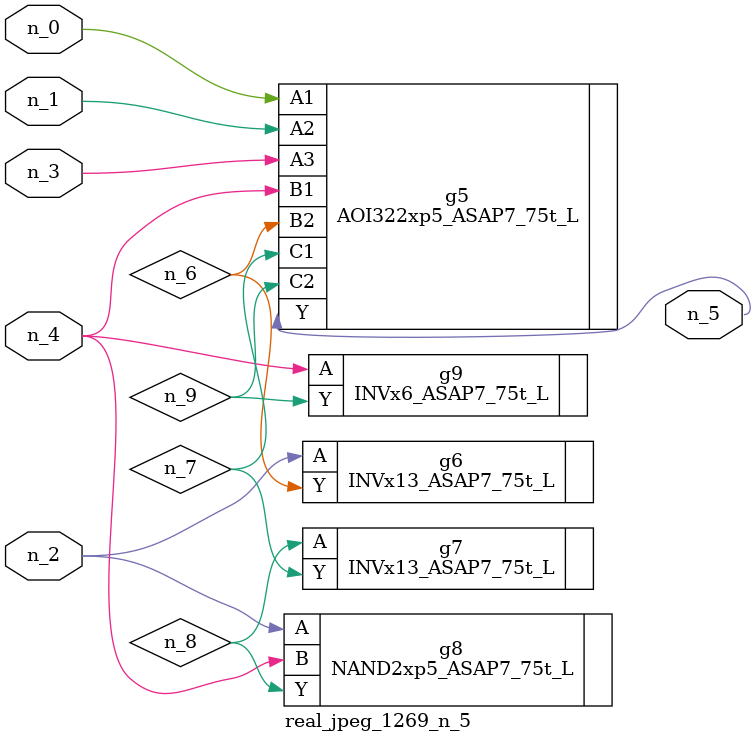
<source format=v>
module real_jpeg_1269_n_5 (n_4, n_0, n_1, n_2, n_3, n_5);

input n_4;
input n_0;
input n_1;
input n_2;
input n_3;

output n_5;

wire n_8;
wire n_6;
wire n_7;
wire n_9;

AOI322xp5_ASAP7_75t_L g5 ( 
.A1(n_0),
.A2(n_1),
.A3(n_3),
.B1(n_4),
.B2(n_6),
.C1(n_7),
.C2(n_9),
.Y(n_5)
);

INVx13_ASAP7_75t_L g6 ( 
.A(n_2),
.Y(n_6)
);

NAND2xp5_ASAP7_75t_L g8 ( 
.A(n_2),
.B(n_4),
.Y(n_8)
);

INVx6_ASAP7_75t_L g9 ( 
.A(n_4),
.Y(n_9)
);

INVx13_ASAP7_75t_L g7 ( 
.A(n_8),
.Y(n_7)
);


endmodule
</source>
